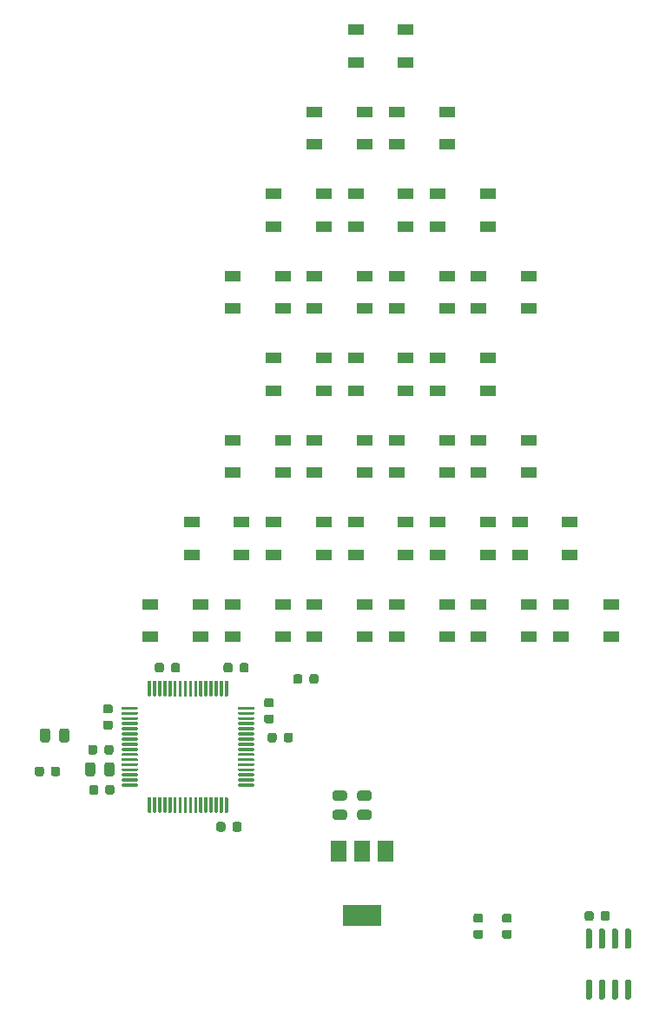
<source format=gbr>
%TF.GenerationSoftware,KiCad,Pcbnew,5.1.6-1.fc32*%
%TF.CreationDate,2020-11-21T02:42:39+01:00*%
%TF.ProjectId,christmas-card,63687269-7374-46d6-9173-2d636172642e,rev?*%
%TF.SameCoordinates,Original*%
%TF.FileFunction,Paste,Top*%
%TF.FilePolarity,Positive*%
%FSLAX46Y46*%
G04 Gerber Fmt 4.6, Leading zero omitted, Abs format (unit mm)*
G04 Created by KiCad (PCBNEW 5.1.6-1.fc32) date 2020-11-21 02:42:39*
%MOMM*%
%LPD*%
G01*
G04 APERTURE LIST*
%ADD10R,1.500000X2.000000*%
%ADD11R,3.800000X2.000000*%
%ADD12R,1.500000X1.000000*%
G04 APERTURE END LIST*
%TO.C,C9*%
G36*
G01*
X156450000Y-161056250D02*
X156450000Y-160543750D01*
G75*
G02*
X156668750Y-160325000I218750J0D01*
G01*
X157106250Y-160325000D01*
G75*
G02*
X157325000Y-160543750I0J-218750D01*
G01*
X157325000Y-161056250D01*
G75*
G02*
X157106250Y-161275000I-218750J0D01*
G01*
X156668750Y-161275000D01*
G75*
G02*
X156450000Y-161056250I0J218750D01*
G01*
G37*
G36*
G01*
X154875000Y-161056250D02*
X154875000Y-160543750D01*
G75*
G02*
X155093750Y-160325000I218750J0D01*
G01*
X155531250Y-160325000D01*
G75*
G02*
X155750000Y-160543750I0J-218750D01*
G01*
X155750000Y-161056250D01*
G75*
G02*
X155531250Y-161275000I-218750J0D01*
G01*
X155093750Y-161275000D01*
G75*
G02*
X154875000Y-161056250I0J218750D01*
G01*
G37*
%TD*%
%TO.C,U3*%
G36*
G01*
X155445000Y-164000000D02*
X155145000Y-164000000D01*
G75*
G02*
X154995000Y-163850000I0J150000D01*
G01*
X154995000Y-162200000D01*
G75*
G02*
X155145000Y-162050000I150000J0D01*
G01*
X155445000Y-162050000D01*
G75*
G02*
X155595000Y-162200000I0J-150000D01*
G01*
X155595000Y-163850000D01*
G75*
G02*
X155445000Y-164000000I-150000J0D01*
G01*
G37*
G36*
G01*
X156715000Y-164000000D02*
X156415000Y-164000000D01*
G75*
G02*
X156265000Y-163850000I0J150000D01*
G01*
X156265000Y-162200000D01*
G75*
G02*
X156415000Y-162050000I150000J0D01*
G01*
X156715000Y-162050000D01*
G75*
G02*
X156865000Y-162200000I0J-150000D01*
G01*
X156865000Y-163850000D01*
G75*
G02*
X156715000Y-164000000I-150000J0D01*
G01*
G37*
G36*
G01*
X157985000Y-164000000D02*
X157685000Y-164000000D01*
G75*
G02*
X157535000Y-163850000I0J150000D01*
G01*
X157535000Y-162200000D01*
G75*
G02*
X157685000Y-162050000I150000J0D01*
G01*
X157985000Y-162050000D01*
G75*
G02*
X158135000Y-162200000I0J-150000D01*
G01*
X158135000Y-163850000D01*
G75*
G02*
X157985000Y-164000000I-150000J0D01*
G01*
G37*
G36*
G01*
X159255000Y-164000000D02*
X158955000Y-164000000D01*
G75*
G02*
X158805000Y-163850000I0J150000D01*
G01*
X158805000Y-162200000D01*
G75*
G02*
X158955000Y-162050000I150000J0D01*
G01*
X159255000Y-162050000D01*
G75*
G02*
X159405000Y-162200000I0J-150000D01*
G01*
X159405000Y-163850000D01*
G75*
G02*
X159255000Y-164000000I-150000J0D01*
G01*
G37*
G36*
G01*
X159255000Y-168950000D02*
X158955000Y-168950000D01*
G75*
G02*
X158805000Y-168800000I0J150000D01*
G01*
X158805000Y-167150000D01*
G75*
G02*
X158955000Y-167000000I150000J0D01*
G01*
X159255000Y-167000000D01*
G75*
G02*
X159405000Y-167150000I0J-150000D01*
G01*
X159405000Y-168800000D01*
G75*
G02*
X159255000Y-168950000I-150000J0D01*
G01*
G37*
G36*
G01*
X157985000Y-168950000D02*
X157685000Y-168950000D01*
G75*
G02*
X157535000Y-168800000I0J150000D01*
G01*
X157535000Y-167150000D01*
G75*
G02*
X157685000Y-167000000I150000J0D01*
G01*
X157985000Y-167000000D01*
G75*
G02*
X158135000Y-167150000I0J-150000D01*
G01*
X158135000Y-168800000D01*
G75*
G02*
X157985000Y-168950000I-150000J0D01*
G01*
G37*
G36*
G01*
X156715000Y-168950000D02*
X156415000Y-168950000D01*
G75*
G02*
X156265000Y-168800000I0J150000D01*
G01*
X156265000Y-167150000D01*
G75*
G02*
X156415000Y-167000000I150000J0D01*
G01*
X156715000Y-167000000D01*
G75*
G02*
X156865000Y-167150000I0J-150000D01*
G01*
X156865000Y-168800000D01*
G75*
G02*
X156715000Y-168950000I-150000J0D01*
G01*
G37*
G36*
G01*
X155445000Y-168950000D02*
X155145000Y-168950000D01*
G75*
G02*
X154995000Y-168800000I0J150000D01*
G01*
X154995000Y-167150000D01*
G75*
G02*
X155145000Y-167000000I150000J0D01*
G01*
X155445000Y-167000000D01*
G75*
G02*
X155595000Y-167150000I0J-150000D01*
G01*
X155595000Y-168800000D01*
G75*
G02*
X155445000Y-168950000I-150000J0D01*
G01*
G37*
%TD*%
%TO.C,R6*%
G36*
G01*
X107350000Y-144343750D02*
X107350000Y-144856250D01*
G75*
G02*
X107131250Y-145075000I-218750J0D01*
G01*
X106693750Y-145075000D01*
G75*
G02*
X106475000Y-144856250I0J218750D01*
G01*
X106475000Y-144343750D01*
G75*
G02*
X106693750Y-144125000I218750J0D01*
G01*
X107131250Y-144125000D01*
G75*
G02*
X107350000Y-144343750I0J-218750D01*
G01*
G37*
G36*
G01*
X108925000Y-144343750D02*
X108925000Y-144856250D01*
G75*
G02*
X108706250Y-145075000I-218750J0D01*
G01*
X108268750Y-145075000D01*
G75*
G02*
X108050000Y-144856250I0J218750D01*
G01*
X108050000Y-144343750D01*
G75*
G02*
X108268750Y-144125000I218750J0D01*
G01*
X108706250Y-144125000D01*
G75*
G02*
X108925000Y-144343750I0J-218750D01*
G01*
G37*
%TD*%
%TO.C,R5*%
G36*
G01*
X125550000Y-143656250D02*
X125550000Y-143143750D01*
G75*
G02*
X125768750Y-142925000I218750J0D01*
G01*
X126206250Y-142925000D01*
G75*
G02*
X126425000Y-143143750I0J-218750D01*
G01*
X126425000Y-143656250D01*
G75*
G02*
X126206250Y-143875000I-218750J0D01*
G01*
X125768750Y-143875000D01*
G75*
G02*
X125550000Y-143656250I0J218750D01*
G01*
G37*
G36*
G01*
X123975000Y-143656250D02*
X123975000Y-143143750D01*
G75*
G02*
X124193750Y-142925000I218750J0D01*
G01*
X124631250Y-142925000D01*
G75*
G02*
X124850000Y-143143750I0J-218750D01*
G01*
X124850000Y-143656250D01*
G75*
G02*
X124631250Y-143875000I-218750J0D01*
G01*
X124193750Y-143875000D01*
G75*
G02*
X123975000Y-143656250I0J218750D01*
G01*
G37*
%TD*%
%TO.C,R4*%
G36*
G01*
X147043750Y-162150000D02*
X147556250Y-162150000D01*
G75*
G02*
X147775000Y-162368750I0J-218750D01*
G01*
X147775000Y-162806250D01*
G75*
G02*
X147556250Y-163025000I-218750J0D01*
G01*
X147043750Y-163025000D01*
G75*
G02*
X146825000Y-162806250I0J218750D01*
G01*
X146825000Y-162368750D01*
G75*
G02*
X147043750Y-162150000I218750J0D01*
G01*
G37*
G36*
G01*
X147043750Y-160575000D02*
X147556250Y-160575000D01*
G75*
G02*
X147775000Y-160793750I0J-218750D01*
G01*
X147775000Y-161231250D01*
G75*
G02*
X147556250Y-161450000I-218750J0D01*
G01*
X147043750Y-161450000D01*
G75*
G02*
X146825000Y-161231250I0J218750D01*
G01*
X146825000Y-160793750D01*
G75*
G02*
X147043750Y-160575000I218750J0D01*
G01*
G37*
%TD*%
%TO.C,R3*%
G36*
G01*
X144243750Y-162150000D02*
X144756250Y-162150000D01*
G75*
G02*
X144975000Y-162368750I0J-218750D01*
G01*
X144975000Y-162806250D01*
G75*
G02*
X144756250Y-163025000I-218750J0D01*
G01*
X144243750Y-163025000D01*
G75*
G02*
X144025000Y-162806250I0J218750D01*
G01*
X144025000Y-162368750D01*
G75*
G02*
X144243750Y-162150000I218750J0D01*
G01*
G37*
G36*
G01*
X144243750Y-160575000D02*
X144756250Y-160575000D01*
G75*
G02*
X144975000Y-160793750I0J-218750D01*
G01*
X144975000Y-161231250D01*
G75*
G02*
X144756250Y-161450000I-218750J0D01*
G01*
X144243750Y-161450000D01*
G75*
G02*
X144025000Y-161231250I0J218750D01*
G01*
X144025000Y-160793750D01*
G75*
G02*
X144243750Y-160575000I218750J0D01*
G01*
G37*
%TD*%
%TO.C,U2*%
G36*
G01*
X121175000Y-140400000D02*
X122575000Y-140400000D01*
G75*
G02*
X122650000Y-140475000I0J-75000D01*
G01*
X122650000Y-140625000D01*
G75*
G02*
X122575000Y-140700000I-75000J0D01*
G01*
X121175000Y-140700000D01*
G75*
G02*
X121100000Y-140625000I0J75000D01*
G01*
X121100000Y-140475000D01*
G75*
G02*
X121175000Y-140400000I75000J0D01*
G01*
G37*
G36*
G01*
X121175000Y-140900000D02*
X122575000Y-140900000D01*
G75*
G02*
X122650000Y-140975000I0J-75000D01*
G01*
X122650000Y-141125000D01*
G75*
G02*
X122575000Y-141200000I-75000J0D01*
G01*
X121175000Y-141200000D01*
G75*
G02*
X121100000Y-141125000I0J75000D01*
G01*
X121100000Y-140975000D01*
G75*
G02*
X121175000Y-140900000I75000J0D01*
G01*
G37*
G36*
G01*
X121175000Y-141400000D02*
X122575000Y-141400000D01*
G75*
G02*
X122650000Y-141475000I0J-75000D01*
G01*
X122650000Y-141625000D01*
G75*
G02*
X122575000Y-141700000I-75000J0D01*
G01*
X121175000Y-141700000D01*
G75*
G02*
X121100000Y-141625000I0J75000D01*
G01*
X121100000Y-141475000D01*
G75*
G02*
X121175000Y-141400000I75000J0D01*
G01*
G37*
G36*
G01*
X121175000Y-141900000D02*
X122575000Y-141900000D01*
G75*
G02*
X122650000Y-141975000I0J-75000D01*
G01*
X122650000Y-142125000D01*
G75*
G02*
X122575000Y-142200000I-75000J0D01*
G01*
X121175000Y-142200000D01*
G75*
G02*
X121100000Y-142125000I0J75000D01*
G01*
X121100000Y-141975000D01*
G75*
G02*
X121175000Y-141900000I75000J0D01*
G01*
G37*
G36*
G01*
X121175000Y-142400000D02*
X122575000Y-142400000D01*
G75*
G02*
X122650000Y-142475000I0J-75000D01*
G01*
X122650000Y-142625000D01*
G75*
G02*
X122575000Y-142700000I-75000J0D01*
G01*
X121175000Y-142700000D01*
G75*
G02*
X121100000Y-142625000I0J75000D01*
G01*
X121100000Y-142475000D01*
G75*
G02*
X121175000Y-142400000I75000J0D01*
G01*
G37*
G36*
G01*
X121175000Y-142900000D02*
X122575000Y-142900000D01*
G75*
G02*
X122650000Y-142975000I0J-75000D01*
G01*
X122650000Y-143125000D01*
G75*
G02*
X122575000Y-143200000I-75000J0D01*
G01*
X121175000Y-143200000D01*
G75*
G02*
X121100000Y-143125000I0J75000D01*
G01*
X121100000Y-142975000D01*
G75*
G02*
X121175000Y-142900000I75000J0D01*
G01*
G37*
G36*
G01*
X121175000Y-143400000D02*
X122575000Y-143400000D01*
G75*
G02*
X122650000Y-143475000I0J-75000D01*
G01*
X122650000Y-143625000D01*
G75*
G02*
X122575000Y-143700000I-75000J0D01*
G01*
X121175000Y-143700000D01*
G75*
G02*
X121100000Y-143625000I0J75000D01*
G01*
X121100000Y-143475000D01*
G75*
G02*
X121175000Y-143400000I75000J0D01*
G01*
G37*
G36*
G01*
X121175000Y-143900000D02*
X122575000Y-143900000D01*
G75*
G02*
X122650000Y-143975000I0J-75000D01*
G01*
X122650000Y-144125000D01*
G75*
G02*
X122575000Y-144200000I-75000J0D01*
G01*
X121175000Y-144200000D01*
G75*
G02*
X121100000Y-144125000I0J75000D01*
G01*
X121100000Y-143975000D01*
G75*
G02*
X121175000Y-143900000I75000J0D01*
G01*
G37*
G36*
G01*
X121175000Y-144400000D02*
X122575000Y-144400000D01*
G75*
G02*
X122650000Y-144475000I0J-75000D01*
G01*
X122650000Y-144625000D01*
G75*
G02*
X122575000Y-144700000I-75000J0D01*
G01*
X121175000Y-144700000D01*
G75*
G02*
X121100000Y-144625000I0J75000D01*
G01*
X121100000Y-144475000D01*
G75*
G02*
X121175000Y-144400000I75000J0D01*
G01*
G37*
G36*
G01*
X121175000Y-144900000D02*
X122575000Y-144900000D01*
G75*
G02*
X122650000Y-144975000I0J-75000D01*
G01*
X122650000Y-145125000D01*
G75*
G02*
X122575000Y-145200000I-75000J0D01*
G01*
X121175000Y-145200000D01*
G75*
G02*
X121100000Y-145125000I0J75000D01*
G01*
X121100000Y-144975000D01*
G75*
G02*
X121175000Y-144900000I75000J0D01*
G01*
G37*
G36*
G01*
X121175000Y-145400000D02*
X122575000Y-145400000D01*
G75*
G02*
X122650000Y-145475000I0J-75000D01*
G01*
X122650000Y-145625000D01*
G75*
G02*
X122575000Y-145700000I-75000J0D01*
G01*
X121175000Y-145700000D01*
G75*
G02*
X121100000Y-145625000I0J75000D01*
G01*
X121100000Y-145475000D01*
G75*
G02*
X121175000Y-145400000I75000J0D01*
G01*
G37*
G36*
G01*
X121175000Y-145900000D02*
X122575000Y-145900000D01*
G75*
G02*
X122650000Y-145975000I0J-75000D01*
G01*
X122650000Y-146125000D01*
G75*
G02*
X122575000Y-146200000I-75000J0D01*
G01*
X121175000Y-146200000D01*
G75*
G02*
X121100000Y-146125000I0J75000D01*
G01*
X121100000Y-145975000D01*
G75*
G02*
X121175000Y-145900000I75000J0D01*
G01*
G37*
G36*
G01*
X121175000Y-146400000D02*
X122575000Y-146400000D01*
G75*
G02*
X122650000Y-146475000I0J-75000D01*
G01*
X122650000Y-146625000D01*
G75*
G02*
X122575000Y-146700000I-75000J0D01*
G01*
X121175000Y-146700000D01*
G75*
G02*
X121100000Y-146625000I0J75000D01*
G01*
X121100000Y-146475000D01*
G75*
G02*
X121175000Y-146400000I75000J0D01*
G01*
G37*
G36*
G01*
X121175000Y-146900000D02*
X122575000Y-146900000D01*
G75*
G02*
X122650000Y-146975000I0J-75000D01*
G01*
X122650000Y-147125000D01*
G75*
G02*
X122575000Y-147200000I-75000J0D01*
G01*
X121175000Y-147200000D01*
G75*
G02*
X121100000Y-147125000I0J75000D01*
G01*
X121100000Y-146975000D01*
G75*
G02*
X121175000Y-146900000I75000J0D01*
G01*
G37*
G36*
G01*
X121175000Y-147400000D02*
X122575000Y-147400000D01*
G75*
G02*
X122650000Y-147475000I0J-75000D01*
G01*
X122650000Y-147625000D01*
G75*
G02*
X122575000Y-147700000I-75000J0D01*
G01*
X121175000Y-147700000D01*
G75*
G02*
X121100000Y-147625000I0J75000D01*
G01*
X121100000Y-147475000D01*
G75*
G02*
X121175000Y-147400000I75000J0D01*
G01*
G37*
G36*
G01*
X121175000Y-147900000D02*
X122575000Y-147900000D01*
G75*
G02*
X122650000Y-147975000I0J-75000D01*
G01*
X122650000Y-148125000D01*
G75*
G02*
X122575000Y-148200000I-75000J0D01*
G01*
X121175000Y-148200000D01*
G75*
G02*
X121100000Y-148125000I0J75000D01*
G01*
X121100000Y-147975000D01*
G75*
G02*
X121175000Y-147900000I75000J0D01*
G01*
G37*
G36*
G01*
X119875000Y-149200000D02*
X120025000Y-149200000D01*
G75*
G02*
X120100000Y-149275000I0J-75000D01*
G01*
X120100000Y-150675000D01*
G75*
G02*
X120025000Y-150750000I-75000J0D01*
G01*
X119875000Y-150750000D01*
G75*
G02*
X119800000Y-150675000I0J75000D01*
G01*
X119800000Y-149275000D01*
G75*
G02*
X119875000Y-149200000I75000J0D01*
G01*
G37*
G36*
G01*
X119375000Y-149200000D02*
X119525000Y-149200000D01*
G75*
G02*
X119600000Y-149275000I0J-75000D01*
G01*
X119600000Y-150675000D01*
G75*
G02*
X119525000Y-150750000I-75000J0D01*
G01*
X119375000Y-150750000D01*
G75*
G02*
X119300000Y-150675000I0J75000D01*
G01*
X119300000Y-149275000D01*
G75*
G02*
X119375000Y-149200000I75000J0D01*
G01*
G37*
G36*
G01*
X118875000Y-149200000D02*
X119025000Y-149200000D01*
G75*
G02*
X119100000Y-149275000I0J-75000D01*
G01*
X119100000Y-150675000D01*
G75*
G02*
X119025000Y-150750000I-75000J0D01*
G01*
X118875000Y-150750000D01*
G75*
G02*
X118800000Y-150675000I0J75000D01*
G01*
X118800000Y-149275000D01*
G75*
G02*
X118875000Y-149200000I75000J0D01*
G01*
G37*
G36*
G01*
X118375000Y-149200000D02*
X118525000Y-149200000D01*
G75*
G02*
X118600000Y-149275000I0J-75000D01*
G01*
X118600000Y-150675000D01*
G75*
G02*
X118525000Y-150750000I-75000J0D01*
G01*
X118375000Y-150750000D01*
G75*
G02*
X118300000Y-150675000I0J75000D01*
G01*
X118300000Y-149275000D01*
G75*
G02*
X118375000Y-149200000I75000J0D01*
G01*
G37*
G36*
G01*
X117875000Y-149200000D02*
X118025000Y-149200000D01*
G75*
G02*
X118100000Y-149275000I0J-75000D01*
G01*
X118100000Y-150675000D01*
G75*
G02*
X118025000Y-150750000I-75000J0D01*
G01*
X117875000Y-150750000D01*
G75*
G02*
X117800000Y-150675000I0J75000D01*
G01*
X117800000Y-149275000D01*
G75*
G02*
X117875000Y-149200000I75000J0D01*
G01*
G37*
G36*
G01*
X117375000Y-149200000D02*
X117525000Y-149200000D01*
G75*
G02*
X117600000Y-149275000I0J-75000D01*
G01*
X117600000Y-150675000D01*
G75*
G02*
X117525000Y-150750000I-75000J0D01*
G01*
X117375000Y-150750000D01*
G75*
G02*
X117300000Y-150675000I0J75000D01*
G01*
X117300000Y-149275000D01*
G75*
G02*
X117375000Y-149200000I75000J0D01*
G01*
G37*
G36*
G01*
X116875000Y-149200000D02*
X117025000Y-149200000D01*
G75*
G02*
X117100000Y-149275000I0J-75000D01*
G01*
X117100000Y-150675000D01*
G75*
G02*
X117025000Y-150750000I-75000J0D01*
G01*
X116875000Y-150750000D01*
G75*
G02*
X116800000Y-150675000I0J75000D01*
G01*
X116800000Y-149275000D01*
G75*
G02*
X116875000Y-149200000I75000J0D01*
G01*
G37*
G36*
G01*
X116375000Y-149200000D02*
X116525000Y-149200000D01*
G75*
G02*
X116600000Y-149275000I0J-75000D01*
G01*
X116600000Y-150675000D01*
G75*
G02*
X116525000Y-150750000I-75000J0D01*
G01*
X116375000Y-150750000D01*
G75*
G02*
X116300000Y-150675000I0J75000D01*
G01*
X116300000Y-149275000D01*
G75*
G02*
X116375000Y-149200000I75000J0D01*
G01*
G37*
G36*
G01*
X115875000Y-149200000D02*
X116025000Y-149200000D01*
G75*
G02*
X116100000Y-149275000I0J-75000D01*
G01*
X116100000Y-150675000D01*
G75*
G02*
X116025000Y-150750000I-75000J0D01*
G01*
X115875000Y-150750000D01*
G75*
G02*
X115800000Y-150675000I0J75000D01*
G01*
X115800000Y-149275000D01*
G75*
G02*
X115875000Y-149200000I75000J0D01*
G01*
G37*
G36*
G01*
X115375000Y-149200000D02*
X115525000Y-149200000D01*
G75*
G02*
X115600000Y-149275000I0J-75000D01*
G01*
X115600000Y-150675000D01*
G75*
G02*
X115525000Y-150750000I-75000J0D01*
G01*
X115375000Y-150750000D01*
G75*
G02*
X115300000Y-150675000I0J75000D01*
G01*
X115300000Y-149275000D01*
G75*
G02*
X115375000Y-149200000I75000J0D01*
G01*
G37*
G36*
G01*
X114875000Y-149200000D02*
X115025000Y-149200000D01*
G75*
G02*
X115100000Y-149275000I0J-75000D01*
G01*
X115100000Y-150675000D01*
G75*
G02*
X115025000Y-150750000I-75000J0D01*
G01*
X114875000Y-150750000D01*
G75*
G02*
X114800000Y-150675000I0J75000D01*
G01*
X114800000Y-149275000D01*
G75*
G02*
X114875000Y-149200000I75000J0D01*
G01*
G37*
G36*
G01*
X114375000Y-149200000D02*
X114525000Y-149200000D01*
G75*
G02*
X114600000Y-149275000I0J-75000D01*
G01*
X114600000Y-150675000D01*
G75*
G02*
X114525000Y-150750000I-75000J0D01*
G01*
X114375000Y-150750000D01*
G75*
G02*
X114300000Y-150675000I0J75000D01*
G01*
X114300000Y-149275000D01*
G75*
G02*
X114375000Y-149200000I75000J0D01*
G01*
G37*
G36*
G01*
X113875000Y-149200000D02*
X114025000Y-149200000D01*
G75*
G02*
X114100000Y-149275000I0J-75000D01*
G01*
X114100000Y-150675000D01*
G75*
G02*
X114025000Y-150750000I-75000J0D01*
G01*
X113875000Y-150750000D01*
G75*
G02*
X113800000Y-150675000I0J75000D01*
G01*
X113800000Y-149275000D01*
G75*
G02*
X113875000Y-149200000I75000J0D01*
G01*
G37*
G36*
G01*
X113375000Y-149200000D02*
X113525000Y-149200000D01*
G75*
G02*
X113600000Y-149275000I0J-75000D01*
G01*
X113600000Y-150675000D01*
G75*
G02*
X113525000Y-150750000I-75000J0D01*
G01*
X113375000Y-150750000D01*
G75*
G02*
X113300000Y-150675000I0J75000D01*
G01*
X113300000Y-149275000D01*
G75*
G02*
X113375000Y-149200000I75000J0D01*
G01*
G37*
G36*
G01*
X112875000Y-149200000D02*
X113025000Y-149200000D01*
G75*
G02*
X113100000Y-149275000I0J-75000D01*
G01*
X113100000Y-150675000D01*
G75*
G02*
X113025000Y-150750000I-75000J0D01*
G01*
X112875000Y-150750000D01*
G75*
G02*
X112800000Y-150675000I0J75000D01*
G01*
X112800000Y-149275000D01*
G75*
G02*
X112875000Y-149200000I75000J0D01*
G01*
G37*
G36*
G01*
X112375000Y-149200000D02*
X112525000Y-149200000D01*
G75*
G02*
X112600000Y-149275000I0J-75000D01*
G01*
X112600000Y-150675000D01*
G75*
G02*
X112525000Y-150750000I-75000J0D01*
G01*
X112375000Y-150750000D01*
G75*
G02*
X112300000Y-150675000I0J75000D01*
G01*
X112300000Y-149275000D01*
G75*
G02*
X112375000Y-149200000I75000J0D01*
G01*
G37*
G36*
G01*
X109825000Y-147900000D02*
X111225000Y-147900000D01*
G75*
G02*
X111300000Y-147975000I0J-75000D01*
G01*
X111300000Y-148125000D01*
G75*
G02*
X111225000Y-148200000I-75000J0D01*
G01*
X109825000Y-148200000D01*
G75*
G02*
X109750000Y-148125000I0J75000D01*
G01*
X109750000Y-147975000D01*
G75*
G02*
X109825000Y-147900000I75000J0D01*
G01*
G37*
G36*
G01*
X109825000Y-147400000D02*
X111225000Y-147400000D01*
G75*
G02*
X111300000Y-147475000I0J-75000D01*
G01*
X111300000Y-147625000D01*
G75*
G02*
X111225000Y-147700000I-75000J0D01*
G01*
X109825000Y-147700000D01*
G75*
G02*
X109750000Y-147625000I0J75000D01*
G01*
X109750000Y-147475000D01*
G75*
G02*
X109825000Y-147400000I75000J0D01*
G01*
G37*
G36*
G01*
X109825000Y-146900000D02*
X111225000Y-146900000D01*
G75*
G02*
X111300000Y-146975000I0J-75000D01*
G01*
X111300000Y-147125000D01*
G75*
G02*
X111225000Y-147200000I-75000J0D01*
G01*
X109825000Y-147200000D01*
G75*
G02*
X109750000Y-147125000I0J75000D01*
G01*
X109750000Y-146975000D01*
G75*
G02*
X109825000Y-146900000I75000J0D01*
G01*
G37*
G36*
G01*
X109825000Y-146400000D02*
X111225000Y-146400000D01*
G75*
G02*
X111300000Y-146475000I0J-75000D01*
G01*
X111300000Y-146625000D01*
G75*
G02*
X111225000Y-146700000I-75000J0D01*
G01*
X109825000Y-146700000D01*
G75*
G02*
X109750000Y-146625000I0J75000D01*
G01*
X109750000Y-146475000D01*
G75*
G02*
X109825000Y-146400000I75000J0D01*
G01*
G37*
G36*
G01*
X109825000Y-145900000D02*
X111225000Y-145900000D01*
G75*
G02*
X111300000Y-145975000I0J-75000D01*
G01*
X111300000Y-146125000D01*
G75*
G02*
X111225000Y-146200000I-75000J0D01*
G01*
X109825000Y-146200000D01*
G75*
G02*
X109750000Y-146125000I0J75000D01*
G01*
X109750000Y-145975000D01*
G75*
G02*
X109825000Y-145900000I75000J0D01*
G01*
G37*
G36*
G01*
X109825000Y-145400000D02*
X111225000Y-145400000D01*
G75*
G02*
X111300000Y-145475000I0J-75000D01*
G01*
X111300000Y-145625000D01*
G75*
G02*
X111225000Y-145700000I-75000J0D01*
G01*
X109825000Y-145700000D01*
G75*
G02*
X109750000Y-145625000I0J75000D01*
G01*
X109750000Y-145475000D01*
G75*
G02*
X109825000Y-145400000I75000J0D01*
G01*
G37*
G36*
G01*
X109825000Y-144900000D02*
X111225000Y-144900000D01*
G75*
G02*
X111300000Y-144975000I0J-75000D01*
G01*
X111300000Y-145125000D01*
G75*
G02*
X111225000Y-145200000I-75000J0D01*
G01*
X109825000Y-145200000D01*
G75*
G02*
X109750000Y-145125000I0J75000D01*
G01*
X109750000Y-144975000D01*
G75*
G02*
X109825000Y-144900000I75000J0D01*
G01*
G37*
G36*
G01*
X109825000Y-144400000D02*
X111225000Y-144400000D01*
G75*
G02*
X111300000Y-144475000I0J-75000D01*
G01*
X111300000Y-144625000D01*
G75*
G02*
X111225000Y-144700000I-75000J0D01*
G01*
X109825000Y-144700000D01*
G75*
G02*
X109750000Y-144625000I0J75000D01*
G01*
X109750000Y-144475000D01*
G75*
G02*
X109825000Y-144400000I75000J0D01*
G01*
G37*
G36*
G01*
X109825000Y-143900000D02*
X111225000Y-143900000D01*
G75*
G02*
X111300000Y-143975000I0J-75000D01*
G01*
X111300000Y-144125000D01*
G75*
G02*
X111225000Y-144200000I-75000J0D01*
G01*
X109825000Y-144200000D01*
G75*
G02*
X109750000Y-144125000I0J75000D01*
G01*
X109750000Y-143975000D01*
G75*
G02*
X109825000Y-143900000I75000J0D01*
G01*
G37*
G36*
G01*
X109825000Y-143400000D02*
X111225000Y-143400000D01*
G75*
G02*
X111300000Y-143475000I0J-75000D01*
G01*
X111300000Y-143625000D01*
G75*
G02*
X111225000Y-143700000I-75000J0D01*
G01*
X109825000Y-143700000D01*
G75*
G02*
X109750000Y-143625000I0J75000D01*
G01*
X109750000Y-143475000D01*
G75*
G02*
X109825000Y-143400000I75000J0D01*
G01*
G37*
G36*
G01*
X109825000Y-142900000D02*
X111225000Y-142900000D01*
G75*
G02*
X111300000Y-142975000I0J-75000D01*
G01*
X111300000Y-143125000D01*
G75*
G02*
X111225000Y-143200000I-75000J0D01*
G01*
X109825000Y-143200000D01*
G75*
G02*
X109750000Y-143125000I0J75000D01*
G01*
X109750000Y-142975000D01*
G75*
G02*
X109825000Y-142900000I75000J0D01*
G01*
G37*
G36*
G01*
X109825000Y-142400000D02*
X111225000Y-142400000D01*
G75*
G02*
X111300000Y-142475000I0J-75000D01*
G01*
X111300000Y-142625000D01*
G75*
G02*
X111225000Y-142700000I-75000J0D01*
G01*
X109825000Y-142700000D01*
G75*
G02*
X109750000Y-142625000I0J75000D01*
G01*
X109750000Y-142475000D01*
G75*
G02*
X109825000Y-142400000I75000J0D01*
G01*
G37*
G36*
G01*
X109825000Y-141900000D02*
X111225000Y-141900000D01*
G75*
G02*
X111300000Y-141975000I0J-75000D01*
G01*
X111300000Y-142125000D01*
G75*
G02*
X111225000Y-142200000I-75000J0D01*
G01*
X109825000Y-142200000D01*
G75*
G02*
X109750000Y-142125000I0J75000D01*
G01*
X109750000Y-141975000D01*
G75*
G02*
X109825000Y-141900000I75000J0D01*
G01*
G37*
G36*
G01*
X109825000Y-141400000D02*
X111225000Y-141400000D01*
G75*
G02*
X111300000Y-141475000I0J-75000D01*
G01*
X111300000Y-141625000D01*
G75*
G02*
X111225000Y-141700000I-75000J0D01*
G01*
X109825000Y-141700000D01*
G75*
G02*
X109750000Y-141625000I0J75000D01*
G01*
X109750000Y-141475000D01*
G75*
G02*
X109825000Y-141400000I75000J0D01*
G01*
G37*
G36*
G01*
X109825000Y-140900000D02*
X111225000Y-140900000D01*
G75*
G02*
X111300000Y-140975000I0J-75000D01*
G01*
X111300000Y-141125000D01*
G75*
G02*
X111225000Y-141200000I-75000J0D01*
G01*
X109825000Y-141200000D01*
G75*
G02*
X109750000Y-141125000I0J75000D01*
G01*
X109750000Y-140975000D01*
G75*
G02*
X109825000Y-140900000I75000J0D01*
G01*
G37*
G36*
G01*
X109825000Y-140400000D02*
X111225000Y-140400000D01*
G75*
G02*
X111300000Y-140475000I0J-75000D01*
G01*
X111300000Y-140625000D01*
G75*
G02*
X111225000Y-140700000I-75000J0D01*
G01*
X109825000Y-140700000D01*
G75*
G02*
X109750000Y-140625000I0J75000D01*
G01*
X109750000Y-140475000D01*
G75*
G02*
X109825000Y-140400000I75000J0D01*
G01*
G37*
G36*
G01*
X112375000Y-137850000D02*
X112525000Y-137850000D01*
G75*
G02*
X112600000Y-137925000I0J-75000D01*
G01*
X112600000Y-139325000D01*
G75*
G02*
X112525000Y-139400000I-75000J0D01*
G01*
X112375000Y-139400000D01*
G75*
G02*
X112300000Y-139325000I0J75000D01*
G01*
X112300000Y-137925000D01*
G75*
G02*
X112375000Y-137850000I75000J0D01*
G01*
G37*
G36*
G01*
X112875000Y-137850000D02*
X113025000Y-137850000D01*
G75*
G02*
X113100000Y-137925000I0J-75000D01*
G01*
X113100000Y-139325000D01*
G75*
G02*
X113025000Y-139400000I-75000J0D01*
G01*
X112875000Y-139400000D01*
G75*
G02*
X112800000Y-139325000I0J75000D01*
G01*
X112800000Y-137925000D01*
G75*
G02*
X112875000Y-137850000I75000J0D01*
G01*
G37*
G36*
G01*
X113375000Y-137850000D02*
X113525000Y-137850000D01*
G75*
G02*
X113600000Y-137925000I0J-75000D01*
G01*
X113600000Y-139325000D01*
G75*
G02*
X113525000Y-139400000I-75000J0D01*
G01*
X113375000Y-139400000D01*
G75*
G02*
X113300000Y-139325000I0J75000D01*
G01*
X113300000Y-137925000D01*
G75*
G02*
X113375000Y-137850000I75000J0D01*
G01*
G37*
G36*
G01*
X113875000Y-137850000D02*
X114025000Y-137850000D01*
G75*
G02*
X114100000Y-137925000I0J-75000D01*
G01*
X114100000Y-139325000D01*
G75*
G02*
X114025000Y-139400000I-75000J0D01*
G01*
X113875000Y-139400000D01*
G75*
G02*
X113800000Y-139325000I0J75000D01*
G01*
X113800000Y-137925000D01*
G75*
G02*
X113875000Y-137850000I75000J0D01*
G01*
G37*
G36*
G01*
X114375000Y-137850000D02*
X114525000Y-137850000D01*
G75*
G02*
X114600000Y-137925000I0J-75000D01*
G01*
X114600000Y-139325000D01*
G75*
G02*
X114525000Y-139400000I-75000J0D01*
G01*
X114375000Y-139400000D01*
G75*
G02*
X114300000Y-139325000I0J75000D01*
G01*
X114300000Y-137925000D01*
G75*
G02*
X114375000Y-137850000I75000J0D01*
G01*
G37*
G36*
G01*
X114875000Y-137850000D02*
X115025000Y-137850000D01*
G75*
G02*
X115100000Y-137925000I0J-75000D01*
G01*
X115100000Y-139325000D01*
G75*
G02*
X115025000Y-139400000I-75000J0D01*
G01*
X114875000Y-139400000D01*
G75*
G02*
X114800000Y-139325000I0J75000D01*
G01*
X114800000Y-137925000D01*
G75*
G02*
X114875000Y-137850000I75000J0D01*
G01*
G37*
G36*
G01*
X115375000Y-137850000D02*
X115525000Y-137850000D01*
G75*
G02*
X115600000Y-137925000I0J-75000D01*
G01*
X115600000Y-139325000D01*
G75*
G02*
X115525000Y-139400000I-75000J0D01*
G01*
X115375000Y-139400000D01*
G75*
G02*
X115300000Y-139325000I0J75000D01*
G01*
X115300000Y-137925000D01*
G75*
G02*
X115375000Y-137850000I75000J0D01*
G01*
G37*
G36*
G01*
X115875000Y-137850000D02*
X116025000Y-137850000D01*
G75*
G02*
X116100000Y-137925000I0J-75000D01*
G01*
X116100000Y-139325000D01*
G75*
G02*
X116025000Y-139400000I-75000J0D01*
G01*
X115875000Y-139400000D01*
G75*
G02*
X115800000Y-139325000I0J75000D01*
G01*
X115800000Y-137925000D01*
G75*
G02*
X115875000Y-137850000I75000J0D01*
G01*
G37*
G36*
G01*
X116375000Y-137850000D02*
X116525000Y-137850000D01*
G75*
G02*
X116600000Y-137925000I0J-75000D01*
G01*
X116600000Y-139325000D01*
G75*
G02*
X116525000Y-139400000I-75000J0D01*
G01*
X116375000Y-139400000D01*
G75*
G02*
X116300000Y-139325000I0J75000D01*
G01*
X116300000Y-137925000D01*
G75*
G02*
X116375000Y-137850000I75000J0D01*
G01*
G37*
G36*
G01*
X116875000Y-137850000D02*
X117025000Y-137850000D01*
G75*
G02*
X117100000Y-137925000I0J-75000D01*
G01*
X117100000Y-139325000D01*
G75*
G02*
X117025000Y-139400000I-75000J0D01*
G01*
X116875000Y-139400000D01*
G75*
G02*
X116800000Y-139325000I0J75000D01*
G01*
X116800000Y-137925000D01*
G75*
G02*
X116875000Y-137850000I75000J0D01*
G01*
G37*
G36*
G01*
X117375000Y-137850000D02*
X117525000Y-137850000D01*
G75*
G02*
X117600000Y-137925000I0J-75000D01*
G01*
X117600000Y-139325000D01*
G75*
G02*
X117525000Y-139400000I-75000J0D01*
G01*
X117375000Y-139400000D01*
G75*
G02*
X117300000Y-139325000I0J75000D01*
G01*
X117300000Y-137925000D01*
G75*
G02*
X117375000Y-137850000I75000J0D01*
G01*
G37*
G36*
G01*
X117875000Y-137850000D02*
X118025000Y-137850000D01*
G75*
G02*
X118100000Y-137925000I0J-75000D01*
G01*
X118100000Y-139325000D01*
G75*
G02*
X118025000Y-139400000I-75000J0D01*
G01*
X117875000Y-139400000D01*
G75*
G02*
X117800000Y-139325000I0J75000D01*
G01*
X117800000Y-137925000D01*
G75*
G02*
X117875000Y-137850000I75000J0D01*
G01*
G37*
G36*
G01*
X118375000Y-137850000D02*
X118525000Y-137850000D01*
G75*
G02*
X118600000Y-137925000I0J-75000D01*
G01*
X118600000Y-139325000D01*
G75*
G02*
X118525000Y-139400000I-75000J0D01*
G01*
X118375000Y-139400000D01*
G75*
G02*
X118300000Y-139325000I0J75000D01*
G01*
X118300000Y-137925000D01*
G75*
G02*
X118375000Y-137850000I75000J0D01*
G01*
G37*
G36*
G01*
X118875000Y-137850000D02*
X119025000Y-137850000D01*
G75*
G02*
X119100000Y-137925000I0J-75000D01*
G01*
X119100000Y-139325000D01*
G75*
G02*
X119025000Y-139400000I-75000J0D01*
G01*
X118875000Y-139400000D01*
G75*
G02*
X118800000Y-139325000I0J75000D01*
G01*
X118800000Y-137925000D01*
G75*
G02*
X118875000Y-137850000I75000J0D01*
G01*
G37*
G36*
G01*
X119375000Y-137850000D02*
X119525000Y-137850000D01*
G75*
G02*
X119600000Y-137925000I0J-75000D01*
G01*
X119600000Y-139325000D01*
G75*
G02*
X119525000Y-139400000I-75000J0D01*
G01*
X119375000Y-139400000D01*
G75*
G02*
X119300000Y-139325000I0J75000D01*
G01*
X119300000Y-137925000D01*
G75*
G02*
X119375000Y-137850000I75000J0D01*
G01*
G37*
G36*
G01*
X119875000Y-137850000D02*
X120025000Y-137850000D01*
G75*
G02*
X120100000Y-137925000I0J-75000D01*
G01*
X120100000Y-139325000D01*
G75*
G02*
X120025000Y-139400000I-75000J0D01*
G01*
X119875000Y-139400000D01*
G75*
G02*
X119800000Y-139325000I0J75000D01*
G01*
X119800000Y-137925000D01*
G75*
G02*
X119875000Y-137850000I75000J0D01*
G01*
G37*
%TD*%
D10*
%TO.C,U1*%
X135500000Y-154450000D03*
X130900000Y-154450000D03*
X133200000Y-154450000D03*
D11*
X133200000Y-160750000D03*
%TD*%
%TO.C,R2*%
G36*
G01*
X102150000Y-146443750D02*
X102150000Y-146956250D01*
G75*
G02*
X101931250Y-147175000I-218750J0D01*
G01*
X101493750Y-147175000D01*
G75*
G02*
X101275000Y-146956250I0J218750D01*
G01*
X101275000Y-146443750D01*
G75*
G02*
X101493750Y-146225000I218750J0D01*
G01*
X101931250Y-146225000D01*
G75*
G02*
X102150000Y-146443750I0J-218750D01*
G01*
G37*
G36*
G01*
X103725000Y-146443750D02*
X103725000Y-146956250D01*
G75*
G02*
X103506250Y-147175000I-218750J0D01*
G01*
X103068750Y-147175000D01*
G75*
G02*
X102850000Y-146956250I0J218750D01*
G01*
X102850000Y-146443750D01*
G75*
G02*
X103068750Y-146225000I218750J0D01*
G01*
X103506250Y-146225000D01*
G75*
G02*
X103725000Y-146443750I0J-218750D01*
G01*
G37*
%TD*%
%TO.C,R1*%
G36*
G01*
X127350000Y-137443750D02*
X127350000Y-137956250D01*
G75*
G02*
X127131250Y-138175000I-218750J0D01*
G01*
X126693750Y-138175000D01*
G75*
G02*
X126475000Y-137956250I0J218750D01*
G01*
X126475000Y-137443750D01*
G75*
G02*
X126693750Y-137225000I218750J0D01*
G01*
X127131250Y-137225000D01*
G75*
G02*
X127350000Y-137443750I0J-218750D01*
G01*
G37*
G36*
G01*
X128925000Y-137443750D02*
X128925000Y-137956250D01*
G75*
G02*
X128706250Y-138175000I-218750J0D01*
G01*
X128268750Y-138175000D01*
G75*
G02*
X128050000Y-137956250I0J218750D01*
G01*
X128050000Y-137443750D01*
G75*
G02*
X128268750Y-137225000I218750J0D01*
G01*
X128706250Y-137225000D01*
G75*
G02*
X128925000Y-137443750I0J-218750D01*
G01*
G37*
%TD*%
D12*
%TO.C,D29*%
X152550000Y-130400000D03*
X152550000Y-133600000D03*
X157450000Y-130400000D03*
X157450000Y-133600000D03*
%TD*%
%TO.C,D23*%
X148550000Y-122400000D03*
X148550000Y-125600000D03*
X153450000Y-122400000D03*
X153450000Y-125600000D03*
%TD*%
%TO.C,D28*%
X144550000Y-130400000D03*
X144550000Y-133600000D03*
X149450000Y-130400000D03*
X149450000Y-133600000D03*
%TD*%
%TO.C,D18*%
X144550000Y-114400000D03*
X144550000Y-117600000D03*
X149450000Y-114400000D03*
X149450000Y-117600000D03*
%TD*%
%TO.C,D11*%
X144550000Y-98400000D03*
X144550000Y-101600000D03*
X149450000Y-98400000D03*
X149450000Y-101600000D03*
%TD*%
%TO.C,D14*%
X140550000Y-106400000D03*
X140550000Y-109600000D03*
X145450000Y-106400000D03*
X145450000Y-109600000D03*
%TD*%
%TO.C,D22*%
X140550000Y-122400000D03*
X140550000Y-125600000D03*
X145450000Y-122400000D03*
X145450000Y-125600000D03*
%TD*%
%TO.C,D6*%
X140550000Y-90400000D03*
X140550000Y-93600000D03*
X145450000Y-90400000D03*
X145450000Y-93600000D03*
%TD*%
%TO.C,D27*%
X136550000Y-130400000D03*
X136550000Y-133600000D03*
X141450000Y-130400000D03*
X141450000Y-133600000D03*
%TD*%
%TO.C,D17*%
X136550000Y-114400000D03*
X136550000Y-117600000D03*
X141450000Y-114400000D03*
X141450000Y-117600000D03*
%TD*%
%TO.C,D10*%
X136550000Y-98400000D03*
X136550000Y-101600000D03*
X141450000Y-98400000D03*
X141450000Y-101600000D03*
%TD*%
%TO.C,D3*%
X136550000Y-82400000D03*
X136550000Y-85600000D03*
X141450000Y-82400000D03*
X141450000Y-85600000D03*
%TD*%
%TO.C,D21*%
X132550000Y-122400000D03*
X132550000Y-125600000D03*
X137450000Y-122400000D03*
X137450000Y-125600000D03*
%TD*%
%TO.C,D13*%
X132550000Y-106400000D03*
X132550000Y-109600000D03*
X137450000Y-106400000D03*
X137450000Y-109600000D03*
%TD*%
%TO.C,D5*%
X132550000Y-90400000D03*
X132550000Y-93600000D03*
X137450000Y-90400000D03*
X137450000Y-93600000D03*
%TD*%
%TO.C,D1*%
X132550000Y-74400000D03*
X132550000Y-77600000D03*
X137450000Y-74400000D03*
X137450000Y-77600000D03*
%TD*%
%TO.C,D26*%
X128550000Y-130400000D03*
X128550000Y-133600000D03*
X133450000Y-130400000D03*
X133450000Y-133600000D03*
%TD*%
%TO.C,D16*%
X128550000Y-114400000D03*
X128550000Y-117600000D03*
X133450000Y-114400000D03*
X133450000Y-117600000D03*
%TD*%
%TO.C,D9*%
X128550000Y-98400000D03*
X128550000Y-101600000D03*
X133450000Y-98400000D03*
X133450000Y-101600000D03*
%TD*%
%TO.C,D2*%
X128550000Y-82400000D03*
X128550000Y-85600000D03*
X133450000Y-82400000D03*
X133450000Y-85600000D03*
%TD*%
%TO.C,D20*%
X124550000Y-122400000D03*
X124550000Y-125600000D03*
X129450000Y-122400000D03*
X129450000Y-125600000D03*
%TD*%
%TO.C,D12*%
X124550000Y-106400000D03*
X124550000Y-109600000D03*
X129450000Y-106400000D03*
X129450000Y-109600000D03*
%TD*%
%TO.C,D4*%
X124550000Y-90400000D03*
X124550000Y-93600000D03*
X129450000Y-90400000D03*
X129450000Y-93600000D03*
%TD*%
%TO.C,D15*%
X120550000Y-114400000D03*
X120550000Y-117600000D03*
X125450000Y-114400000D03*
X125450000Y-117600000D03*
%TD*%
%TO.C,D25*%
X120550000Y-130400000D03*
X120550000Y-133600000D03*
X125450000Y-130400000D03*
X125450000Y-133600000D03*
%TD*%
%TO.C,D8*%
X120550000Y-98400000D03*
X120550000Y-101600000D03*
X125450000Y-98400000D03*
X125450000Y-101600000D03*
%TD*%
%TO.C,D19*%
X116550000Y-122400000D03*
X116550000Y-125600000D03*
X121450000Y-122400000D03*
X121450000Y-125600000D03*
%TD*%
%TO.C,D24*%
X112550000Y-130400000D03*
X112550000Y-133600000D03*
X117450000Y-130400000D03*
X117450000Y-133600000D03*
%TD*%
%TO.C,D7*%
G36*
G01*
X103650000Y-143656250D02*
X103650000Y-142743750D01*
G75*
G02*
X103893750Y-142500000I243750J0D01*
G01*
X104381250Y-142500000D01*
G75*
G02*
X104625000Y-142743750I0J-243750D01*
G01*
X104625000Y-143656250D01*
G75*
G02*
X104381250Y-143900000I-243750J0D01*
G01*
X103893750Y-143900000D01*
G75*
G02*
X103650000Y-143656250I0J243750D01*
G01*
G37*
G36*
G01*
X101775000Y-143656250D02*
X101775000Y-142743750D01*
G75*
G02*
X102018750Y-142500000I243750J0D01*
G01*
X102506250Y-142500000D01*
G75*
G02*
X102750000Y-142743750I0J-243750D01*
G01*
X102750000Y-143656250D01*
G75*
G02*
X102506250Y-143900000I-243750J0D01*
G01*
X102018750Y-143900000D01*
G75*
G02*
X101775000Y-143656250I0J243750D01*
G01*
G37*
%TD*%
%TO.C,C8*%
G36*
G01*
X114550000Y-136856250D02*
X114550000Y-136343750D01*
G75*
G02*
X114768750Y-136125000I218750J0D01*
G01*
X115206250Y-136125000D01*
G75*
G02*
X115425000Y-136343750I0J-218750D01*
G01*
X115425000Y-136856250D01*
G75*
G02*
X115206250Y-137075000I-218750J0D01*
G01*
X114768750Y-137075000D01*
G75*
G02*
X114550000Y-136856250I0J218750D01*
G01*
G37*
G36*
G01*
X112975000Y-136856250D02*
X112975000Y-136343750D01*
G75*
G02*
X113193750Y-136125000I218750J0D01*
G01*
X113631250Y-136125000D01*
G75*
G02*
X113850000Y-136343750I0J-218750D01*
G01*
X113850000Y-136856250D01*
G75*
G02*
X113631250Y-137075000I-218750J0D01*
G01*
X113193750Y-137075000D01*
G75*
G02*
X112975000Y-136856250I0J218750D01*
G01*
G37*
%TD*%
%TO.C,C7*%
G36*
G01*
X119850000Y-151843750D02*
X119850000Y-152356250D01*
G75*
G02*
X119631250Y-152575000I-218750J0D01*
G01*
X119193750Y-152575000D01*
G75*
G02*
X118975000Y-152356250I0J218750D01*
G01*
X118975000Y-151843750D01*
G75*
G02*
X119193750Y-151625000I218750J0D01*
G01*
X119631250Y-151625000D01*
G75*
G02*
X119850000Y-151843750I0J-218750D01*
G01*
G37*
G36*
G01*
X121425000Y-151843750D02*
X121425000Y-152356250D01*
G75*
G02*
X121206250Y-152575000I-218750J0D01*
G01*
X120768750Y-152575000D01*
G75*
G02*
X120550000Y-152356250I0J218750D01*
G01*
X120550000Y-151843750D01*
G75*
G02*
X120768750Y-151625000I218750J0D01*
G01*
X121206250Y-151625000D01*
G75*
G02*
X121425000Y-151843750I0J-218750D01*
G01*
G37*
%TD*%
%TO.C,C6*%
G36*
G01*
X123843750Y-141150000D02*
X124356250Y-141150000D01*
G75*
G02*
X124575000Y-141368750I0J-218750D01*
G01*
X124575000Y-141806250D01*
G75*
G02*
X124356250Y-142025000I-218750J0D01*
G01*
X123843750Y-142025000D01*
G75*
G02*
X123625000Y-141806250I0J218750D01*
G01*
X123625000Y-141368750D01*
G75*
G02*
X123843750Y-141150000I218750J0D01*
G01*
G37*
G36*
G01*
X123843750Y-139575000D02*
X124356250Y-139575000D01*
G75*
G02*
X124575000Y-139793750I0J-218750D01*
G01*
X124575000Y-140231250D01*
G75*
G02*
X124356250Y-140450000I-218750J0D01*
G01*
X123843750Y-140450000D01*
G75*
G02*
X123625000Y-140231250I0J218750D01*
G01*
X123625000Y-139793750D01*
G75*
G02*
X123843750Y-139575000I218750J0D01*
G01*
G37*
%TD*%
%TO.C,C10*%
G36*
G01*
X108050000Y-146956250D02*
X108050000Y-146043750D01*
G75*
G02*
X108293750Y-145800000I243750J0D01*
G01*
X108781250Y-145800000D01*
G75*
G02*
X109025000Y-146043750I0J-243750D01*
G01*
X109025000Y-146956250D01*
G75*
G02*
X108781250Y-147200000I-243750J0D01*
G01*
X108293750Y-147200000D01*
G75*
G02*
X108050000Y-146956250I0J243750D01*
G01*
G37*
G36*
G01*
X106175000Y-146956250D02*
X106175000Y-146043750D01*
G75*
G02*
X106418750Y-145800000I243750J0D01*
G01*
X106906250Y-145800000D01*
G75*
G02*
X107150000Y-146043750I0J-243750D01*
G01*
X107150000Y-146956250D01*
G75*
G02*
X106906250Y-147200000I-243750J0D01*
G01*
X106418750Y-147200000D01*
G75*
G02*
X106175000Y-146956250I0J243750D01*
G01*
G37*
%TD*%
%TO.C,C5*%
G36*
G01*
X121250000Y-136856250D02*
X121250000Y-136343750D01*
G75*
G02*
X121468750Y-136125000I218750J0D01*
G01*
X121906250Y-136125000D01*
G75*
G02*
X122125000Y-136343750I0J-218750D01*
G01*
X122125000Y-136856250D01*
G75*
G02*
X121906250Y-137075000I-218750J0D01*
G01*
X121468750Y-137075000D01*
G75*
G02*
X121250000Y-136856250I0J218750D01*
G01*
G37*
G36*
G01*
X119675000Y-136856250D02*
X119675000Y-136343750D01*
G75*
G02*
X119893750Y-136125000I218750J0D01*
G01*
X120331250Y-136125000D01*
G75*
G02*
X120550000Y-136343750I0J-218750D01*
G01*
X120550000Y-136856250D01*
G75*
G02*
X120331250Y-137075000I-218750J0D01*
G01*
X119893750Y-137075000D01*
G75*
G02*
X119675000Y-136856250I0J218750D01*
G01*
G37*
%TD*%
%TO.C,C4*%
G36*
G01*
X108656250Y-141050000D02*
X108143750Y-141050000D01*
G75*
G02*
X107925000Y-140831250I0J218750D01*
G01*
X107925000Y-140393750D01*
G75*
G02*
X108143750Y-140175000I218750J0D01*
G01*
X108656250Y-140175000D01*
G75*
G02*
X108875000Y-140393750I0J-218750D01*
G01*
X108875000Y-140831250D01*
G75*
G02*
X108656250Y-141050000I-218750J0D01*
G01*
G37*
G36*
G01*
X108656250Y-142625000D02*
X108143750Y-142625000D01*
G75*
G02*
X107925000Y-142406250I0J218750D01*
G01*
X107925000Y-141968750D01*
G75*
G02*
X108143750Y-141750000I218750J0D01*
G01*
X108656250Y-141750000D01*
G75*
G02*
X108875000Y-141968750I0J-218750D01*
G01*
X108875000Y-142406250D01*
G75*
G02*
X108656250Y-142625000I-218750J0D01*
G01*
G37*
%TD*%
%TO.C,C3*%
G36*
G01*
X107450000Y-148243750D02*
X107450000Y-148756250D01*
G75*
G02*
X107231250Y-148975000I-218750J0D01*
G01*
X106793750Y-148975000D01*
G75*
G02*
X106575000Y-148756250I0J218750D01*
G01*
X106575000Y-148243750D01*
G75*
G02*
X106793750Y-148025000I218750J0D01*
G01*
X107231250Y-148025000D01*
G75*
G02*
X107450000Y-148243750I0J-218750D01*
G01*
G37*
G36*
G01*
X109025000Y-148243750D02*
X109025000Y-148756250D01*
G75*
G02*
X108806250Y-148975000I-218750J0D01*
G01*
X108368750Y-148975000D01*
G75*
G02*
X108150000Y-148756250I0J218750D01*
G01*
X108150000Y-148243750D01*
G75*
G02*
X108368750Y-148025000I218750J0D01*
G01*
X108806250Y-148025000D01*
G75*
G02*
X109025000Y-148243750I0J-218750D01*
G01*
G37*
%TD*%
%TO.C,C2*%
G36*
G01*
X133856250Y-149550000D02*
X132943750Y-149550000D01*
G75*
G02*
X132700000Y-149306250I0J243750D01*
G01*
X132700000Y-148818750D01*
G75*
G02*
X132943750Y-148575000I243750J0D01*
G01*
X133856250Y-148575000D01*
G75*
G02*
X134100000Y-148818750I0J-243750D01*
G01*
X134100000Y-149306250D01*
G75*
G02*
X133856250Y-149550000I-243750J0D01*
G01*
G37*
G36*
G01*
X133856250Y-151425000D02*
X132943750Y-151425000D01*
G75*
G02*
X132700000Y-151181250I0J243750D01*
G01*
X132700000Y-150693750D01*
G75*
G02*
X132943750Y-150450000I243750J0D01*
G01*
X133856250Y-150450000D01*
G75*
G02*
X134100000Y-150693750I0J-243750D01*
G01*
X134100000Y-151181250D01*
G75*
G02*
X133856250Y-151425000I-243750J0D01*
G01*
G37*
%TD*%
%TO.C,C1*%
G36*
G01*
X131456250Y-149550000D02*
X130543750Y-149550000D01*
G75*
G02*
X130300000Y-149306250I0J243750D01*
G01*
X130300000Y-148818750D01*
G75*
G02*
X130543750Y-148575000I243750J0D01*
G01*
X131456250Y-148575000D01*
G75*
G02*
X131700000Y-148818750I0J-243750D01*
G01*
X131700000Y-149306250D01*
G75*
G02*
X131456250Y-149550000I-243750J0D01*
G01*
G37*
G36*
G01*
X131456250Y-151425000D02*
X130543750Y-151425000D01*
G75*
G02*
X130300000Y-151181250I0J243750D01*
G01*
X130300000Y-150693750D01*
G75*
G02*
X130543750Y-150450000I243750J0D01*
G01*
X131456250Y-150450000D01*
G75*
G02*
X131700000Y-150693750I0J-243750D01*
G01*
X131700000Y-151181250D01*
G75*
G02*
X131456250Y-151425000I-243750J0D01*
G01*
G37*
%TD*%
M02*

</source>
